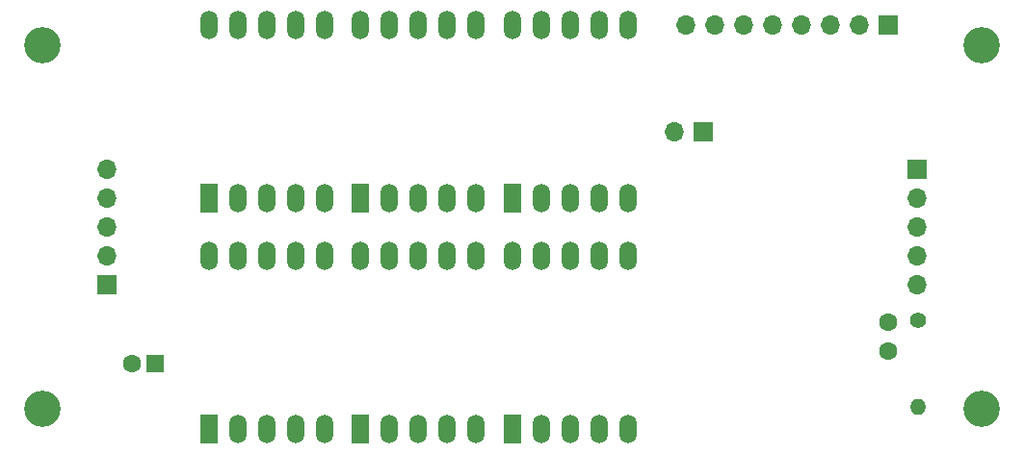
<source format=gbr>
%TF.GenerationSoftware,KiCad,Pcbnew,(6.0.0)*%
%TF.CreationDate,2022-01-04T00:37:29-05:00*%
%TF.ProjectId,spi led breakout,73706920-6c65-4642-9062-7265616b6f75,rev?*%
%TF.SameCoordinates,Original*%
%TF.FileFunction,Soldermask,Bot*%
%TF.FilePolarity,Negative*%
%FSLAX46Y46*%
G04 Gerber Fmt 4.6, Leading zero omitted, Abs format (unit mm)*
G04 Created by KiCad (PCBNEW (6.0.0)) date 2022-01-04 00:37:29*
%MOMM*%
%LPD*%
G01*
G04 APERTURE LIST*
%ADD10C,3.200000*%
%ADD11R,1.600000X1.600000*%
%ADD12C,1.600000*%
%ADD13R,1.524000X2.524000*%
%ADD14O,1.524000X2.524000*%
%ADD15R,1.700000X1.700000*%
%ADD16O,1.700000X1.700000*%
%ADD17C,1.400000*%
%ADD18O,1.400000X1.400000*%
G04 APERTURE END LIST*
D10*
%TO.C,H2*%
X190754000Y-122682000D03*
%TD*%
%TO.C,H1*%
X190754000Y-90678000D03*
%TD*%
D11*
%TO.C,C1*%
X118049112Y-118745000D03*
D12*
X116049112Y-118745000D03*
%TD*%
D13*
%TO.C,LED2*%
X136144000Y-104140000D03*
D14*
X138684000Y-104140000D03*
X141224000Y-104140000D03*
X143764000Y-104140000D03*
X146304000Y-104140000D03*
X146304000Y-88900000D03*
X143764000Y-88900000D03*
X141224000Y-88900000D03*
X138684000Y-88900000D03*
X136144000Y-88900000D03*
%TD*%
D10*
%TO.C,H4*%
X108204000Y-90678000D03*
%TD*%
D15*
%TO.C,J4*%
X166248000Y-98298000D03*
D16*
X163708000Y-98298000D03*
%TD*%
D13*
%TO.C,LED5*%
X136144000Y-124460000D03*
D14*
X138684000Y-124460000D03*
X141224000Y-124460000D03*
X143764000Y-124460000D03*
X146304000Y-124460000D03*
X146304000Y-109220000D03*
X143764000Y-109220000D03*
X141224000Y-109220000D03*
X138684000Y-109220000D03*
X136144000Y-109220000D03*
%TD*%
D13*
%TO.C,LED3*%
X149479000Y-104140000D03*
D14*
X152019000Y-104140000D03*
X154559000Y-104140000D03*
X157099000Y-104140000D03*
X159639000Y-104140000D03*
X159639000Y-88900000D03*
X157099000Y-88900000D03*
X154559000Y-88900000D03*
X152019000Y-88900000D03*
X149479000Y-88900000D03*
%TD*%
D13*
%TO.C,LED6*%
X149479000Y-124460000D03*
D14*
X152019000Y-124460000D03*
X154559000Y-124460000D03*
X157099000Y-124460000D03*
X159639000Y-124460000D03*
X159639000Y-109220000D03*
X157099000Y-109220000D03*
X154559000Y-109220000D03*
X152019000Y-109220000D03*
X149479000Y-109220000D03*
%TD*%
D17*
%TO.C,R1*%
X185166000Y-114935000D03*
D18*
X185166000Y-122555000D03*
%TD*%
D10*
%TO.C,H3*%
X108204000Y-122682000D03*
%TD*%
D12*
%TO.C,C2*%
X182499000Y-115082000D03*
X182499000Y-117582000D03*
%TD*%
D13*
%TO.C,LED1*%
X122809000Y-104140000D03*
D14*
X125349000Y-104140000D03*
X127889000Y-104140000D03*
X130429000Y-104140000D03*
X132969000Y-104140000D03*
X132969000Y-88900000D03*
X130429000Y-88900000D03*
X127889000Y-88900000D03*
X125349000Y-88900000D03*
X122809000Y-88900000D03*
%TD*%
D13*
%TO.C,LED4*%
X122809000Y-124460000D03*
D14*
X125349000Y-124460000D03*
X127889000Y-124460000D03*
X130429000Y-124460000D03*
X132969000Y-124460000D03*
X132969000Y-109220000D03*
X130429000Y-109220000D03*
X127889000Y-109220000D03*
X125349000Y-109220000D03*
X122809000Y-109220000D03*
%TD*%
D15*
%TO.C,J3*%
X182499000Y-88900000D03*
D16*
X179959000Y-88900000D03*
X177419000Y-88900000D03*
X174879000Y-88900000D03*
X172339000Y-88900000D03*
X169799000Y-88900000D03*
X167259000Y-88900000D03*
X164719000Y-88900000D03*
%TD*%
D15*
%TO.C,J2*%
X185039000Y-101605000D03*
D16*
X185039000Y-104145000D03*
X185039000Y-106685000D03*
X185039000Y-109225000D03*
X185039000Y-111765000D03*
%TD*%
D15*
%TO.C,J1*%
X113849000Y-111755000D03*
D16*
X113849000Y-109215000D03*
X113849000Y-106675000D03*
X113849000Y-104135000D03*
X113849000Y-101595000D03*
%TD*%
M02*

</source>
